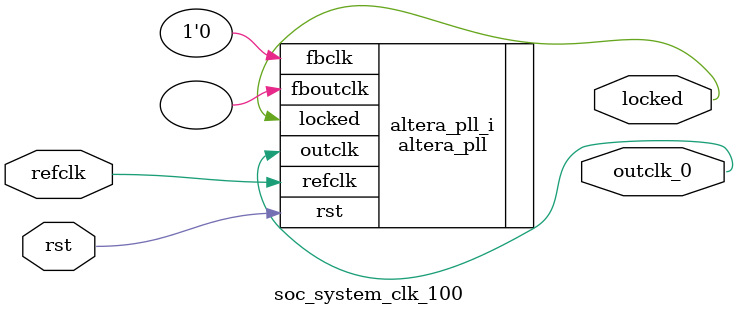
<source format=v>
`timescale 1ns/10ps
module  soc_system_clk_100(

	// interface 'refclk'
	input wire refclk,

	// interface 'reset'
	input wire rst,

	// interface 'outclk0'
	output wire outclk_0,

	// interface 'locked'
	output wire locked
);

	altera_pll #(
		.fractional_vco_multiplier("false"),
		.reference_clock_frequency("100.0 MHz"),
		.operation_mode("direct"),
		.number_of_clocks(1),
		.output_clock_frequency0("100.000000 MHz"),
		.phase_shift0("0 ps"),
		.duty_cycle0(50),
		.output_clock_frequency1("0 MHz"),
		.phase_shift1("0 ps"),
		.duty_cycle1(50),
		.output_clock_frequency2("0 MHz"),
		.phase_shift2("0 ps"),
		.duty_cycle2(50),
		.output_clock_frequency3("0 MHz"),
		.phase_shift3("0 ps"),
		.duty_cycle3(50),
		.output_clock_frequency4("0 MHz"),
		.phase_shift4("0 ps"),
		.duty_cycle4(50),
		.output_clock_frequency5("0 MHz"),
		.phase_shift5("0 ps"),
		.duty_cycle5(50),
		.output_clock_frequency6("0 MHz"),
		.phase_shift6("0 ps"),
		.duty_cycle6(50),
		.output_clock_frequency7("0 MHz"),
		.phase_shift7("0 ps"),
		.duty_cycle7(50),
		.output_clock_frequency8("0 MHz"),
		.phase_shift8("0 ps"),
		.duty_cycle8(50),
		.output_clock_frequency9("0 MHz"),
		.phase_shift9("0 ps"),
		.duty_cycle9(50),
		.output_clock_frequency10("0 MHz"),
		.phase_shift10("0 ps"),
		.duty_cycle10(50),
		.output_clock_frequency11("0 MHz"),
		.phase_shift11("0 ps"),
		.duty_cycle11(50),
		.output_clock_frequency12("0 MHz"),
		.phase_shift12("0 ps"),
		.duty_cycle12(50),
		.output_clock_frequency13("0 MHz"),
		.phase_shift13("0 ps"),
		.duty_cycle13(50),
		.output_clock_frequency14("0 MHz"),
		.phase_shift14("0 ps"),
		.duty_cycle14(50),
		.output_clock_frequency15("0 MHz"),
		.phase_shift15("0 ps"),
		.duty_cycle15(50),
		.output_clock_frequency16("0 MHz"),
		.phase_shift16("0 ps"),
		.duty_cycle16(50),
		.output_clock_frequency17("0 MHz"),
		.phase_shift17("0 ps"),
		.duty_cycle17(50),
		.pll_type("General"),
		.pll_subtype("General")
	) altera_pll_i (
		.rst	(rst),
		.outclk	({outclk_0}),
		.locked	(locked),
		.fboutclk	( ),
		.fbclk	(1'b0),
		.refclk	(refclk)
	);
endmodule


</source>
